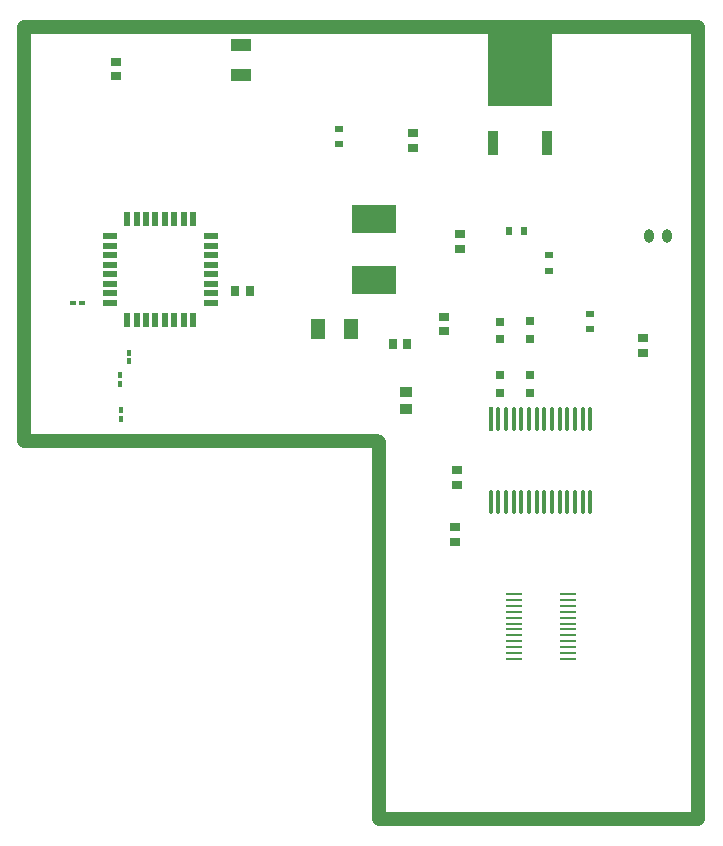
<source format=gbp>
G04*
G04 #@! TF.GenerationSoftware,Altium Limited,Altium Designer,22.2.1 (43)*
G04*
G04 Layer_Color=128*
%FSLAX44Y44*%
%MOMM*%
G71*
G04*
G04 #@! TF.SameCoordinates,82B9A7A7-C451-481E-A025-ABCBCC36AE2A*
G04*
G04*
G04 #@! TF.FilePolarity,Positive*
G04*
G01*
G75*
%ADD17C,1.2000*%
%ADD21R,0.8000X0.8000*%
%ADD27R,1.1000X0.9500*%
%ADD69R,0.8500X0.7000*%
%ADD70R,0.7000X0.8500*%
%ADD71R,0.4500X0.5000*%
%ADD72R,0.8000X0.6000*%
%ADD73R,0.5000X0.4500*%
%ADD74R,0.6000X0.8000*%
%ADD75R,0.9500X2.1000*%
%ADD76R,5.5000X6.5000*%
%ADD77R,0.5588X1.2700*%
%ADD78R,1.2700X0.5588*%
%ADD79O,0.4000X2.0000*%
%ADD80R,0.4000X2.0000*%
%ADD81R,3.7000X2.4500*%
%ADD82R,1.4000X0.2700*%
%ADD83R,1.3000X1.8000*%
%ADD84O,0.8890X1.1430*%
%ADD85R,0.8000X0.9000*%
%ADD86R,1.7000X1.1000*%
D17*
X90000Y485000D02*
Y835000D01*
X660745D01*
X660750Y834996D01*
Y165000D02*
Y834996D01*
X390000Y165000D02*
X660750D01*
X390000D02*
Y484000D01*
X389000Y485000D02*
X390000Y484000D01*
X90000Y485000D02*
X389000D01*
D21*
X493000Y586000D02*
D03*
Y571000D02*
D03*
X518001Y540501D02*
D03*
Y525501D02*
D03*
X493001Y540501D02*
D03*
Y525501D02*
D03*
X518001Y586501D02*
D03*
Y571501D02*
D03*
D27*
X413000Y512000D02*
D03*
Y526500D02*
D03*
D69*
X456000Y460250D02*
D03*
Y447750D02*
D03*
X614000Y572250D02*
D03*
Y559750D02*
D03*
X459000Y647750D02*
D03*
Y660250D02*
D03*
X455000Y399750D02*
D03*
Y412250D02*
D03*
X445000Y577750D02*
D03*
Y590250D02*
D03*
X167500Y806000D02*
D03*
Y793500D02*
D03*
X419500Y733250D02*
D03*
Y745750D02*
D03*
D70*
X414250Y567000D02*
D03*
X401750D02*
D03*
D71*
X172000Y510750D02*
D03*
Y503250D02*
D03*
X171000Y540750D02*
D03*
Y533250D02*
D03*
X179000Y559750D02*
D03*
Y552250D02*
D03*
D72*
X534000Y629000D02*
D03*
Y642000D02*
D03*
X356750Y749000D02*
D03*
Y736000D02*
D03*
X569000Y592500D02*
D03*
Y579500D02*
D03*
D73*
X131250Y602000D02*
D03*
X138750D02*
D03*
D74*
X513500Y662500D02*
D03*
X500500D02*
D03*
D75*
X532800Y737500D02*
D03*
X487200D02*
D03*
D76*
X510000Y800500D02*
D03*
D77*
X217074Y587010D02*
D03*
X233074Y672862D02*
D03*
X225074D02*
D03*
X217074D02*
D03*
X209074D02*
D03*
X201010D02*
D03*
X192882D02*
D03*
X176880Y587010D02*
D03*
X185008D02*
D03*
X192882D02*
D03*
X201010D02*
D03*
X209074D02*
D03*
X225074D02*
D03*
X233074D02*
D03*
X176880Y672862D02*
D03*
X185008D02*
D03*
D78*
X162148Y658130D02*
D03*
Y650002D02*
D03*
Y642128D02*
D03*
Y634000D02*
D03*
Y625936D02*
D03*
Y617936D02*
D03*
Y609936D02*
D03*
Y601936D02*
D03*
X248000D02*
D03*
Y609936D02*
D03*
Y617936D02*
D03*
Y625936D02*
D03*
Y634000D02*
D03*
Y642128D02*
D03*
Y650002D02*
D03*
Y658130D02*
D03*
D79*
X491251Y503250D02*
D03*
X497751D02*
D03*
X504250D02*
D03*
X530250D02*
D03*
X523750D02*
D03*
X510750D02*
D03*
X517251D02*
D03*
X556250D02*
D03*
X549751D02*
D03*
X562751D02*
D03*
X569251D02*
D03*
X543251D02*
D03*
X536750D02*
D03*
Y433250D02*
D03*
X543251D02*
D03*
X569251D02*
D03*
X562751D02*
D03*
X549751D02*
D03*
X556250D02*
D03*
X517251D02*
D03*
X510750D02*
D03*
X523750D02*
D03*
X530250D02*
D03*
X504250D02*
D03*
X497751D02*
D03*
X484750D02*
D03*
X491251D02*
D03*
D80*
X484750Y503250D02*
D03*
D81*
X386000Y621250D02*
D03*
Y672750D02*
D03*
D82*
X550250Y355250D02*
D03*
Y350250D02*
D03*
Y345250D02*
D03*
Y340250D02*
D03*
Y335250D02*
D03*
Y330250D02*
D03*
Y325250D02*
D03*
Y320250D02*
D03*
Y315250D02*
D03*
Y310250D02*
D03*
Y305250D02*
D03*
Y300250D02*
D03*
X504250D02*
D03*
Y305250D02*
D03*
Y310250D02*
D03*
Y315250D02*
D03*
Y320250D02*
D03*
Y325250D02*
D03*
Y330250D02*
D03*
Y335250D02*
D03*
Y340250D02*
D03*
Y345250D02*
D03*
Y350250D02*
D03*
Y355250D02*
D03*
D83*
X366750Y580000D02*
D03*
X338750D02*
D03*
D84*
X618760Y658000D02*
D03*
X634000D02*
D03*
D85*
X268500Y612000D02*
D03*
X281000D02*
D03*
D86*
X273250Y794500D02*
D03*
Y820500D02*
D03*
M02*

</source>
